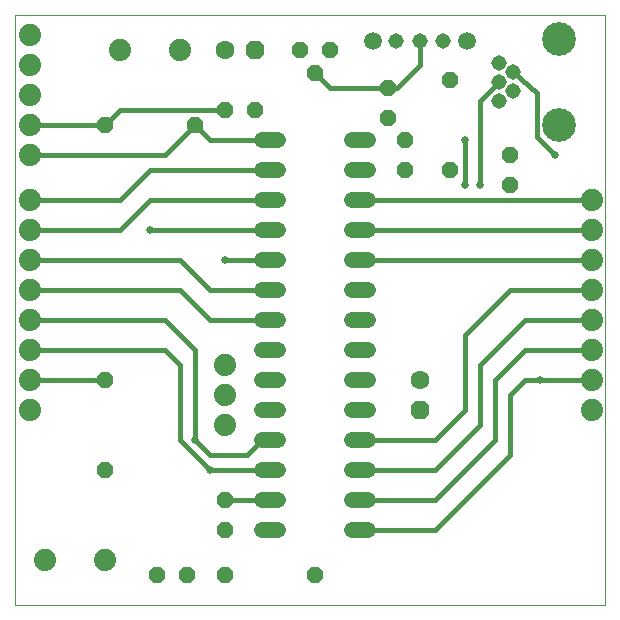
<source format=gtl>
G75*
%MOIN*%
%OFA0B0*%
%FSLAX25Y25*%
%IPPOS*%
%LPD*%
%AMOC8*
5,1,8,0,0,1.08239X$1,22.5*
%
%ADD10C,0.00000*%
%ADD11OC8,0.05200*%
%ADD12C,0.06300*%
%ADD13OC8,0.06300*%
%ADD14C,0.07400*%
%ADD15C,0.05150*%
%ADD16C,0.11220*%
%ADD17C,0.05200*%
%ADD18C,0.05937*%
%ADD19C,0.01600*%
%ADD20C,0.02578*%
D10*
X0006600Y0006600D02*
X0006600Y0203450D01*
X0203450Y0203450D01*
X0203450Y0006600D01*
X0006600Y0006600D01*
D11*
X0036600Y0051600D03*
X0036600Y0081600D03*
X0076600Y0041600D03*
X0076600Y0031600D03*
X0076600Y0016600D03*
X0064100Y0016600D03*
X0054100Y0016600D03*
X0106600Y0016600D03*
X0171600Y0146600D03*
X0171600Y0156600D03*
X0151600Y0151600D03*
X0136600Y0151600D03*
X0136600Y0161600D03*
X0131100Y0169100D03*
X0131100Y0179100D03*
X0111600Y0191600D03*
X0106600Y0184100D03*
X0101600Y0191600D03*
X0086600Y0171600D03*
X0076600Y0171600D03*
X0066600Y0166600D03*
X0036600Y0166600D03*
X0151600Y0181600D03*
D12*
X0076600Y0191600D03*
X0141600Y0081600D03*
D13*
X0141600Y0071600D03*
X0086600Y0191600D03*
D14*
X0061600Y0191600D03*
X0041600Y0191600D03*
X0011600Y0186600D03*
X0011600Y0176600D03*
X0011600Y0166600D03*
X0011600Y0156600D03*
X0011600Y0141600D03*
X0011600Y0131600D03*
X0011600Y0121600D03*
X0011600Y0111600D03*
X0011600Y0101600D03*
X0011600Y0091600D03*
X0011600Y0081600D03*
X0011600Y0071600D03*
X0016600Y0021600D03*
X0036600Y0021600D03*
X0076600Y0066600D03*
X0076600Y0076600D03*
X0076600Y0086600D03*
X0011600Y0196600D03*
X0199100Y0141600D03*
X0199100Y0131600D03*
X0199100Y0121600D03*
X0199100Y0111600D03*
X0199100Y0101600D03*
X0199100Y0091600D03*
X0199100Y0081600D03*
X0199100Y0071600D03*
D15*
X0168021Y0174801D03*
X0172746Y0177950D03*
X0168021Y0181100D03*
X0172746Y0184250D03*
X0168021Y0187399D03*
X0149474Y0194600D03*
X0141600Y0194600D03*
X0133726Y0194600D03*
D16*
X0188100Y0195470D03*
X0188100Y0166730D03*
D17*
X0124200Y0161600D02*
X0119000Y0161600D01*
X0119000Y0151600D02*
X0124200Y0151600D01*
X0124200Y0141600D02*
X0119000Y0141600D01*
X0119000Y0131600D02*
X0124200Y0131600D01*
X0124200Y0121600D02*
X0119000Y0121600D01*
X0119000Y0111600D02*
X0124200Y0111600D01*
X0124200Y0101600D02*
X0119000Y0101600D01*
X0119000Y0091600D02*
X0124200Y0091600D01*
X0124200Y0081600D02*
X0119000Y0081600D01*
X0119000Y0071600D02*
X0124200Y0071600D01*
X0124200Y0061600D02*
X0119000Y0061600D01*
X0119000Y0051600D02*
X0124200Y0051600D01*
X0124200Y0041600D02*
X0119000Y0041600D01*
X0119000Y0031600D02*
X0124200Y0031600D01*
X0094200Y0031600D02*
X0089000Y0031600D01*
X0089000Y0041600D02*
X0094200Y0041600D01*
X0094200Y0051600D02*
X0089000Y0051600D01*
X0089000Y0061600D02*
X0094200Y0061600D01*
X0094200Y0071600D02*
X0089000Y0071600D01*
X0089000Y0081600D02*
X0094200Y0081600D01*
X0094200Y0091600D02*
X0089000Y0091600D01*
X0089000Y0101600D02*
X0094200Y0101600D01*
X0094200Y0111600D02*
X0089000Y0111600D01*
X0089000Y0121600D02*
X0094200Y0121600D01*
X0094200Y0131600D02*
X0089000Y0131600D01*
X0089000Y0141600D02*
X0094200Y0141600D01*
X0094200Y0151600D02*
X0089000Y0151600D01*
X0089000Y0161600D02*
X0094200Y0161600D01*
D18*
X0125852Y0194600D03*
X0157348Y0194600D03*
D19*
X0141600Y0194600D02*
X0141600Y0186600D01*
X0134100Y0179100D01*
X0131100Y0179100D01*
X0111600Y0179100D01*
X0106600Y0184100D01*
X0091600Y0161600D02*
X0071600Y0161600D01*
X0066600Y0166600D01*
X0056600Y0156600D01*
X0011600Y0156600D01*
X0011600Y0166600D02*
X0036600Y0166600D01*
X0041600Y0171600D01*
X0076600Y0171600D01*
X0091600Y0151600D02*
X0051600Y0151600D01*
X0041600Y0141600D01*
X0011600Y0141600D01*
X0011600Y0131600D02*
X0041600Y0131600D01*
X0051600Y0141600D01*
X0091600Y0141600D01*
X0091600Y0131600D02*
X0051600Y0131600D01*
X0061600Y0121600D02*
X0071600Y0111600D01*
X0091600Y0111600D01*
X0091600Y0101600D02*
X0071600Y0101600D01*
X0061600Y0111600D01*
X0011600Y0111600D01*
X0011600Y0101600D02*
X0056600Y0101600D01*
X0066600Y0091600D01*
X0066600Y0061600D01*
X0071600Y0056600D01*
X0084100Y0056600D01*
X0089100Y0061600D01*
X0091600Y0061600D01*
X0091600Y0051600D02*
X0071600Y0051600D01*
X0061600Y0061600D01*
X0061600Y0086600D01*
X0056600Y0091600D01*
X0011600Y0091600D01*
X0011600Y0081600D02*
X0036600Y0081600D01*
X0011600Y0121600D02*
X0061600Y0121600D01*
X0076600Y0121600D02*
X0091600Y0121600D01*
X0121600Y0121600D02*
X0199100Y0121600D01*
X0199100Y0131600D02*
X0121600Y0131600D01*
X0121600Y0141600D02*
X0199100Y0141600D01*
X0186600Y0156600D02*
X0180590Y0162610D01*
X0180590Y0177406D01*
X0172746Y0184250D01*
X0168021Y0181100D02*
X0161600Y0174679D01*
X0161600Y0146600D01*
X0156600Y0146600D02*
X0156600Y0161600D01*
X0171600Y0111600D02*
X0199100Y0111600D01*
X0199100Y0101600D02*
X0176600Y0101600D01*
X0161600Y0086600D01*
X0161600Y0066600D01*
X0146600Y0051600D01*
X0121600Y0051600D01*
X0121600Y0041600D02*
X0146600Y0041600D01*
X0166600Y0061600D01*
X0166600Y0081600D01*
X0176600Y0091600D01*
X0199100Y0091600D01*
X0199100Y0081600D02*
X0181600Y0081600D01*
X0176600Y0081600D01*
X0171600Y0076600D01*
X0171600Y0056600D01*
X0146600Y0031600D01*
X0121600Y0031600D01*
X0121600Y0061600D02*
X0146600Y0061600D01*
X0156600Y0071600D01*
X0156600Y0096600D01*
X0171600Y0111600D01*
X0091600Y0041600D02*
X0076600Y0041600D01*
D20*
X0071600Y0051600D03*
X0066600Y0061600D03*
X0076600Y0121600D03*
X0051600Y0131600D03*
X0156600Y0146600D03*
X0161600Y0146600D03*
X0156600Y0161600D03*
X0186600Y0156600D03*
X0181600Y0081600D03*
M02*

</source>
